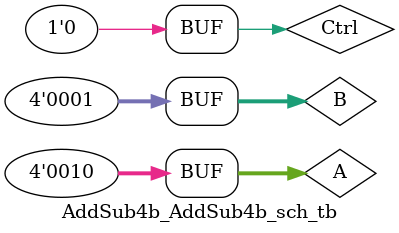
<source format=v>

`timescale 1ns / 1ps

module AddSub4b_AddSub4b_sch_tb();

// Inputs
   reg Ctrl;
   reg [3:0] A;
   reg [3:0] B;

// Output
   wire [3:0] S;
   wire Co;

// Bidirs

// Instantiate the UUT
   AddSub4b UUT (
		.Ctrl(Ctrl), 
		.A(A), 
		.B(B), 
		.S(S), 
		.Co(Co)
   );
// Initialize Inputs
      initial begin
		Ctrl = 0;
		A = 1010;
		B = 0001;
		end

endmodule

</source>
